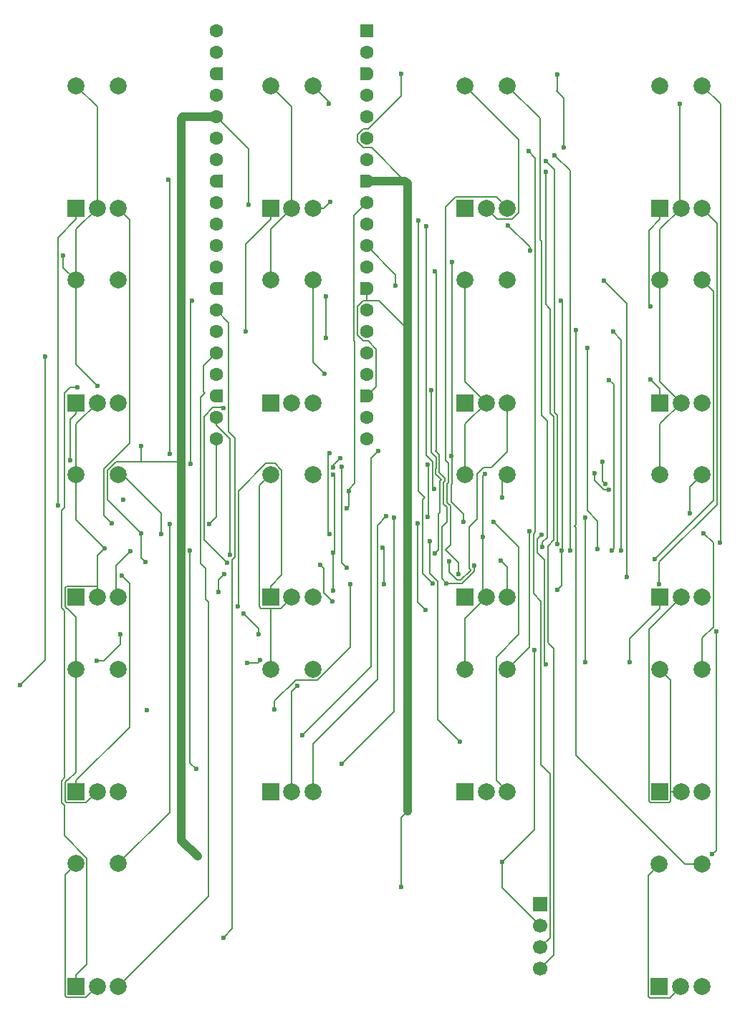
<source format=gbr>
%TF.GenerationSoftware,KiCad,Pcbnew,9.0.6*%
%TF.CreationDate,2025-12-05T21:30:17-05:00*%
%TF.ProjectId,PicoMIDIcontroller,5069636f-4d49-4444-9963-6f6e74726f6c,rev?*%
%TF.SameCoordinates,Original*%
%TF.FileFunction,Copper,L1,Top*%
%TF.FilePolarity,Positive*%
%FSLAX46Y46*%
G04 Gerber Fmt 4.6, Leading zero omitted, Abs format (unit mm)*
G04 Created by KiCad (PCBNEW 9.0.6) date 2025-12-05 21:30:17*
%MOMM*%
%LPD*%
G01*
G04 APERTURE LIST*
G04 Aperture macros list*
%AMRoundRect*
0 Rectangle with rounded corners*
0 $1 Rounding radius*
0 $2 $3 $4 $5 $6 $7 $8 $9 X,Y pos of 4 corners*
0 Add a 4 corners polygon primitive as box body*
4,1,4,$2,$3,$4,$5,$6,$7,$8,$9,$2,$3,0*
0 Add four circle primitives for the rounded corners*
1,1,$1+$1,$2,$3*
1,1,$1+$1,$4,$5*
1,1,$1+$1,$6,$7*
1,1,$1+$1,$8,$9*
0 Add four rect primitives between the rounded corners*
20,1,$1+$1,$2,$3,$4,$5,0*
20,1,$1+$1,$4,$5,$6,$7,0*
20,1,$1+$1,$6,$7,$8,$9,0*
20,1,$1+$1,$8,$9,$2,$3,0*%
%AMFreePoly0*
4,1,37,0.603843,0.796157,0.639018,0.796157,0.711114,0.766294,0.766294,0.711114,0.796157,0.639018,0.796157,0.603843,0.800000,0.600000,0.800000,-0.600000,0.796157,-0.603843,0.796157,-0.639018,0.766294,-0.711114,0.711114,-0.766294,0.639018,-0.796157,0.603843,-0.796157,0.600000,-0.800000,0.000000,-0.800000,0.000000,-0.796148,-0.078414,-0.796148,-0.232228,-0.765552,-0.377117,-0.705537,
-0.507515,-0.618408,-0.618408,-0.507515,-0.705537,-0.377117,-0.765552,-0.232228,-0.796148,-0.078414,-0.796148,0.078414,-0.765552,0.232228,-0.705537,0.377117,-0.618408,0.507515,-0.507515,0.618408,-0.377117,0.705537,-0.232228,0.765552,-0.078414,0.796148,0.000000,0.796148,0.000000,0.800000,0.600000,0.800000,0.603843,0.796157,0.603843,0.796157,$1*%
%AMFreePoly1*
4,1,37,0.000000,0.796148,0.078414,0.796148,0.232228,0.765552,0.377117,0.705537,0.507515,0.618408,0.618408,0.507515,0.705537,0.377117,0.765552,0.232228,0.796148,0.078414,0.796148,-0.078414,0.765552,-0.232228,0.705537,-0.377117,0.618408,-0.507515,0.507515,-0.618408,0.377117,-0.705537,0.232228,-0.765552,0.078414,-0.796148,0.000000,-0.796148,0.000000,-0.800000,-0.600000,-0.800000,
-0.603843,-0.796157,-0.639018,-0.796157,-0.711114,-0.766294,-0.766294,-0.711114,-0.796157,-0.639018,-0.796157,-0.603843,-0.800000,-0.600000,-0.800000,0.600000,-0.796157,0.603843,-0.796157,0.639018,-0.766294,0.711114,-0.711114,0.766294,-0.639018,0.796157,-0.603843,0.796157,-0.600000,0.800000,0.000000,0.800000,0.000000,0.796148,0.000000,0.796148,$1*%
G04 Aperture macros list end*
%TA.AperFunction,ComponentPad*%
%ADD10R,2.000000X2.000000*%
%TD*%
%TA.AperFunction,ComponentPad*%
%ADD11C,2.000000*%
%TD*%
%TA.AperFunction,ComponentPad*%
%ADD12R,1.700000X1.700000*%
%TD*%
%TA.AperFunction,ComponentPad*%
%ADD13C,1.700000*%
%TD*%
%TA.AperFunction,ComponentPad*%
%ADD14RoundRect,0.200000X0.600000X0.600000X-0.600000X0.600000X-0.600000X-0.600000X0.600000X-0.600000X0*%
%TD*%
%TA.AperFunction,ComponentPad*%
%ADD15C,1.600000*%
%TD*%
%TA.AperFunction,ComponentPad*%
%ADD16FreePoly0,180.000000*%
%TD*%
%TA.AperFunction,ComponentPad*%
%ADD17FreePoly1,180.000000*%
%TD*%
%TA.AperFunction,ViaPad*%
%ADD18C,0.600000*%
%TD*%
%TA.AperFunction,Conductor*%
%ADD19C,0.200000*%
%TD*%
%TA.AperFunction,Conductor*%
%ADD20C,1.000000*%
%TD*%
G04 APERTURE END LIST*
D10*
%TO.P,SW2,A,A*%
%TO.N,/EA1*%
X68575000Y-66500000D03*
D11*
%TO.P,SW2,B,B*%
%TO.N,/EB1*%
X73575000Y-66500000D03*
%TO.P,SW2,C,C*%
%TO.N,GND*%
X71075000Y-66500000D03*
%TO.P,SW2,S1,S1*%
%TO.N,/ESW1*%
X73575000Y-52000000D03*
%TO.P,SW2,S2,S2*%
%TO.N,GND*%
X68575000Y-52000000D03*
%TD*%
D10*
%TO.P,SW1,A,A*%
%TO.N,/EA0*%
X45575000Y-66500000D03*
D11*
%TO.P,SW1,B,B*%
%TO.N,/EB0*%
X50575000Y-66500000D03*
%TO.P,SW1,C,C*%
%TO.N,GND*%
X48075000Y-66500000D03*
%TO.P,SW1,S1,S1*%
%TO.N,/ESW0*%
X50575000Y-52000000D03*
%TO.P,SW1,S2,S2*%
%TO.N,GND*%
X45575000Y-52000000D03*
%TD*%
D10*
%TO.P,SW3,A,A*%
%TO.N,/EA2*%
X91575000Y-66500000D03*
D11*
%TO.P,SW3,B,B*%
%TO.N,/EB2*%
X96575000Y-66500000D03*
%TO.P,SW3,C,C*%
%TO.N,GND*%
X94075000Y-66500000D03*
%TO.P,SW3,S1,S1*%
%TO.N,/ESW2*%
X96575000Y-52000000D03*
%TO.P,SW3,S2,S2*%
%TO.N,GND*%
X91575000Y-52000000D03*
%TD*%
D10*
%TO.P,SW4,A,A*%
%TO.N,/EA3*%
X114575000Y-66500000D03*
D11*
%TO.P,SW4,B,B*%
%TO.N,/EB3*%
X119575000Y-66500000D03*
%TO.P,SW4,C,C*%
%TO.N,GND*%
X117075000Y-66500000D03*
%TO.P,SW4,S1,S1*%
%TO.N,/ESW3*%
X119575000Y-52000000D03*
%TO.P,SW4,S2,S2*%
%TO.N,GND*%
X114575000Y-52000000D03*
%TD*%
D10*
%TO.P,SW18,A,A*%
%TO.N,Net-(A1-GPIO21)*%
X114525000Y-158575000D03*
D11*
%TO.P,SW18,B,B*%
%TO.N,Net-(A1-GPIO22)*%
X119525000Y-158575000D03*
%TO.P,SW18,C,C*%
%TO.N,GND*%
X117025000Y-158575000D03*
%TO.P,SW18,S1,S1*%
%TO.N,Net-(A1-GPIO20)*%
X119525000Y-144075000D03*
%TO.P,SW18,S2,S2*%
%TO.N,GND*%
X114525000Y-144075000D03*
%TD*%
D10*
%TO.P,SW17,A,A*%
%TO.N,Net-(A1-GPIO18)*%
X45575000Y-158500000D03*
D11*
%TO.P,SW17,B,B*%
%TO.N,Net-(A1-GPIO19)*%
X50575000Y-158500000D03*
%TO.P,SW17,C,C*%
%TO.N,GND*%
X48075000Y-158500000D03*
%TO.P,SW17,S1,S1*%
%TO.N,Net-(A1-GPIO16)*%
X50575000Y-144000000D03*
%TO.P,SW17,S2,S2*%
%TO.N,GND*%
X45575000Y-144000000D03*
%TD*%
D10*
%TO.P,SW16,A,A*%
%TO.N,/EA15*%
X114575000Y-135500000D03*
D11*
%TO.P,SW16,B,B*%
%TO.N,/EB15*%
X119575000Y-135500000D03*
%TO.P,SW16,C,C*%
%TO.N,GND*%
X117075000Y-135500000D03*
%TO.P,SW16,S1,S1*%
%TO.N,/ESW15*%
X119575000Y-121000000D03*
%TO.P,SW16,S2,S2*%
%TO.N,GND*%
X114575000Y-121000000D03*
%TD*%
D10*
%TO.P,SW15,A,A*%
%TO.N,/EA14*%
X91575000Y-135500000D03*
D11*
%TO.P,SW15,B,B*%
%TO.N,/EB14*%
X96575000Y-135500000D03*
%TO.P,SW15,C,C*%
%TO.N,GND*%
X94075000Y-135500000D03*
%TO.P,SW15,S1,S1*%
%TO.N,/ESW14*%
X96575000Y-121000000D03*
%TO.P,SW15,S2,S2*%
%TO.N,GND*%
X91575000Y-121000000D03*
%TD*%
D10*
%TO.P,SW14,A,A*%
%TO.N,/EA13*%
X68575000Y-135500000D03*
D11*
%TO.P,SW14,B,B*%
%TO.N,/EB13*%
X73575000Y-135500000D03*
%TO.P,SW14,C,C*%
%TO.N,GND*%
X71075000Y-135500000D03*
%TO.P,SW14,S1,S1*%
%TO.N,/ESW13*%
X73575000Y-121000000D03*
%TO.P,SW14,S2,S2*%
%TO.N,GND*%
X68575000Y-121000000D03*
%TD*%
D10*
%TO.P,SW13,A,A*%
%TO.N,/EA12*%
X45575000Y-135500000D03*
D11*
%TO.P,SW13,B,B*%
%TO.N,/EB12*%
X50575000Y-135500000D03*
%TO.P,SW13,C,C*%
%TO.N,GND*%
X48075000Y-135500000D03*
%TO.P,SW13,S1,S1*%
%TO.N,/ESW12*%
X50575000Y-121000000D03*
%TO.P,SW13,S2,S2*%
%TO.N,GND*%
X45575000Y-121000000D03*
%TD*%
D10*
%TO.P,SW9,A,A*%
%TO.N,/EA8*%
X45575000Y-112500000D03*
D11*
%TO.P,SW9,B,B*%
%TO.N,/EB8*%
X50575000Y-112500000D03*
%TO.P,SW9,C,C*%
%TO.N,GND*%
X48075000Y-112500000D03*
%TO.P,SW9,S1,S1*%
%TO.N,/ESW8*%
X50575000Y-98000000D03*
%TO.P,SW9,S2,S2*%
%TO.N,GND*%
X45575000Y-98000000D03*
%TD*%
D10*
%TO.P,SW10,A,A*%
%TO.N,/EA9*%
X68575000Y-112500000D03*
D11*
%TO.P,SW10,B,B*%
%TO.N,/EB9*%
X73575000Y-112500000D03*
%TO.P,SW10,C,C*%
%TO.N,GND*%
X71075000Y-112500000D03*
%TO.P,SW10,S1,S1*%
%TO.N,/ESW9*%
X73575000Y-98000000D03*
%TO.P,SW10,S2,S2*%
%TO.N,GND*%
X68575000Y-98000000D03*
%TD*%
D10*
%TO.P,SW11,A,A*%
%TO.N,/EA10*%
X91575000Y-112500000D03*
D11*
%TO.P,SW11,B,B*%
%TO.N,/EB10*%
X96575000Y-112500000D03*
%TO.P,SW11,C,C*%
%TO.N,GND*%
X94075000Y-112500000D03*
%TO.P,SW11,S1,S1*%
%TO.N,/ESW10*%
X96575000Y-98000000D03*
%TO.P,SW11,S2,S2*%
%TO.N,GND*%
X91575000Y-98000000D03*
%TD*%
D10*
%TO.P,SW12,A,A*%
%TO.N,/EA11*%
X114575000Y-112500000D03*
D11*
%TO.P,SW12,B,B*%
%TO.N,/EB11*%
X119575000Y-112500000D03*
%TO.P,SW12,C,C*%
%TO.N,GND*%
X117075000Y-112500000D03*
%TO.P,SW12,S1,S1*%
%TO.N,/ESW11*%
X119575000Y-98000000D03*
%TO.P,SW12,S2,S2*%
%TO.N,GND*%
X114575000Y-98000000D03*
%TD*%
D10*
%TO.P,SW8,A,A*%
%TO.N,/EA7*%
X114575000Y-89500000D03*
D11*
%TO.P,SW8,B,B*%
%TO.N,/EB7*%
X119575000Y-89500000D03*
%TO.P,SW8,C,C*%
%TO.N,GND*%
X117075000Y-89500000D03*
%TO.P,SW8,S1,S1*%
%TO.N,/ESW7*%
X119575000Y-75000000D03*
%TO.P,SW8,S2,S2*%
%TO.N,GND*%
X114575000Y-75000000D03*
%TD*%
D10*
%TO.P,SW7,A,A*%
%TO.N,/EA6*%
X91575000Y-89500000D03*
D11*
%TO.P,SW7,B,B*%
%TO.N,/EB6*%
X96575000Y-89500000D03*
%TO.P,SW7,C,C*%
%TO.N,GND*%
X94075000Y-89500000D03*
%TO.P,SW7,S1,S1*%
%TO.N,/ESW6*%
X96575000Y-75000000D03*
%TO.P,SW7,S2,S2*%
%TO.N,GND*%
X91575000Y-75000000D03*
%TD*%
D10*
%TO.P,SW6,A,A*%
%TO.N,/EA5*%
X68575000Y-89500000D03*
D11*
%TO.P,SW6,B,B*%
%TO.N,/EB5*%
X73575000Y-89500000D03*
%TO.P,SW6,C,C*%
%TO.N,GND*%
X71075000Y-89500000D03*
%TO.P,SW6,S1,S1*%
%TO.N,/ESW5*%
X73575000Y-75000000D03*
%TO.P,SW6,S2,S2*%
%TO.N,GND*%
X68575000Y-75000000D03*
%TD*%
D10*
%TO.P,SW5,A,A*%
%TO.N,/EA4*%
X45575000Y-89500000D03*
D11*
%TO.P,SW5,B,B*%
%TO.N,/EB4*%
X50575000Y-89500000D03*
%TO.P,SW5,C,C*%
%TO.N,GND*%
X48075000Y-89500000D03*
%TO.P,SW5,S1,S1*%
%TO.N,/ESW4*%
X50575000Y-75000000D03*
%TO.P,SW5,S2,S2*%
%TO.N,GND*%
X45575000Y-75000000D03*
%TD*%
D12*
%TO.P,U4,1,GND*%
%TO.N,GND*%
X100450000Y-148820000D03*
D13*
%TO.P,U4,2,VDD*%
%TO.N,+3V3*%
X100450000Y-151360000D03*
%TO.P,U4,3,SCK*%
%TO.N,/SCL*%
X100450000Y-153900000D03*
%TO.P,U4,4,SDA*%
%TO.N,/SDA*%
X100450000Y-156440000D03*
%TD*%
D14*
%TO.P,A1,1,GPIO0*%
%TO.N,Net-(A1-GPIO0)*%
X79940000Y-45520000D03*
D15*
%TO.P,A1,2,GPIO1*%
%TO.N,unconnected-(A1-GPIO1-Pad2)*%
X79940000Y-48060000D03*
D16*
%TO.P,A1,3,GND*%
%TO.N,GND*%
X79940000Y-50600000D03*
D15*
%TO.P,A1,4,GPIO2*%
%TO.N,/SDA*%
X79940000Y-53140000D03*
%TO.P,A1,5,GPIO3*%
%TO.N,/SCL*%
X79940000Y-55680000D03*
%TO.P,A1,6,GPIO4*%
%TO.N,/DOUT*%
X79940000Y-58220000D03*
%TO.P,A1,7,GPIO5*%
%TO.N,unconnected-(A1-GPIO5-Pad7)*%
X79940000Y-60760000D03*
D16*
%TO.P,A1,8,GND*%
%TO.N,GND*%
X79940000Y-63300000D03*
D15*
%TO.P,A1,9,GPIO6*%
%TO.N,Net-(A1-GPIO6)*%
X79940000Y-65840000D03*
%TO.P,A1,10,GPIO7*%
%TO.N,Net-(A1-GPIO7)*%
X79940000Y-68380000D03*
%TO.P,A1,11,GPIO8*%
%TO.N,Net-(A1-GPIO8)*%
X79940000Y-70920000D03*
%TO.P,A1,12,GPIO9*%
%TO.N,Net-(A1-GPIO9)*%
X79940000Y-73460000D03*
D16*
%TO.P,A1,13,GND*%
%TO.N,GND*%
X79940000Y-76000000D03*
D15*
%TO.P,A1,14,GPIO10*%
%TO.N,Net-(A1-GPIO10)*%
X79940000Y-78540000D03*
%TO.P,A1,15,GPIO11*%
%TO.N,Net-(A1-GPIO11)*%
X79940000Y-81080000D03*
%TO.P,A1,16,GPIO12*%
%TO.N,unconnected-(A1-GPIO12-Pad16)*%
X79940000Y-83620000D03*
%TO.P,A1,17,GPIO13*%
%TO.N,unconnected-(A1-GPIO13-Pad17)*%
X79940000Y-86160000D03*
D16*
%TO.P,A1,18,GND*%
%TO.N,GND*%
X79940000Y-88700000D03*
D15*
%TO.P,A1,19,GPIO14*%
%TO.N,unconnected-(A1-GPIO14-Pad19)*%
X79940000Y-91240000D03*
%TO.P,A1,20,GPIO15*%
%TO.N,unconnected-(A1-GPIO15-Pad20)*%
X79940000Y-93780000D03*
%TO.P,A1,21,GPIO16*%
%TO.N,Net-(A1-GPIO16)*%
X62160000Y-93780000D03*
%TO.P,A1,22,GPIO17*%
%TO.N,Net-(A1-GPIO17)*%
X62160000Y-91240000D03*
D17*
%TO.P,A1,23,GND*%
%TO.N,GND*%
X62160000Y-88700000D03*
D15*
%TO.P,A1,24,GPIO18*%
%TO.N,Net-(A1-GPIO18)*%
X62160000Y-86160000D03*
%TO.P,A1,25,GPIO19*%
%TO.N,Net-(A1-GPIO19)*%
X62160000Y-83620000D03*
%TO.P,A1,26,GPIO20*%
%TO.N,Net-(A1-GPIO20)*%
X62160000Y-81080000D03*
%TO.P,A1,27,GPIO21*%
%TO.N,Net-(A1-GPIO21)*%
X62160000Y-78540000D03*
D17*
%TO.P,A1,28,GND*%
%TO.N,GND*%
X62160000Y-76000000D03*
D15*
%TO.P,A1,29,GPIO22*%
%TO.N,Net-(A1-GPIO22)*%
X62160000Y-73460000D03*
%TO.P,A1,30,RUN*%
%TO.N,unconnected-(A1-RUN-Pad30)_1*%
X62160000Y-70920000D03*
%TO.P,A1,31,GPIO26_ADC0*%
%TO.N,unconnected-(A1-GPIO26_ADC0-Pad31)_1*%
X62160000Y-68380000D03*
%TO.P,A1,32,GPIO27_ADC1*%
%TO.N,unconnected-(A1-GPIO27_ADC1-Pad32)*%
X62160000Y-65840000D03*
D17*
%TO.P,A1,33,AGND*%
%TO.N,unconnected-(A1-AGND-Pad33)*%
X62160000Y-63300000D03*
D15*
%TO.P,A1,34,GPIO28_ADC2*%
%TO.N,unconnected-(A1-GPIO28_ADC2-Pad34)*%
X62160000Y-60760000D03*
%TO.P,A1,35,ADC_VREF*%
%TO.N,unconnected-(A1-ADC_VREF-Pad35)*%
X62160000Y-58220000D03*
%TO.P,A1,36,3V3*%
%TO.N,+3V3*%
X62160000Y-55680000D03*
%TO.P,A1,37,3V3_EN*%
%TO.N,unconnected-(A1-3V3_EN-Pad37)_1*%
X62160000Y-53140000D03*
D17*
%TO.P,A1,38,GND*%
%TO.N,GND*%
X62160000Y-50600000D03*
D15*
%TO.P,A1,39,VSYS*%
%TO.N,unconnected-(A1-VSYS-Pad39)*%
X62160000Y-48060000D03*
%TO.P,A1,40,VBUS*%
%TO.N,unconnected-(A1-VBUS-Pad40)_1*%
X62160000Y-45520000D03*
%TD*%
D18*
%TO.N,Net-(J2-PadR1)*%
X102450000Y-50700000D03*
X103230000Y-59310000D03*
%TO.N,/ESW15*%
X119764000Y-104954000D03*
%TO.N,/EB15*%
X90915000Y-129566000D03*
X87430200Y-105847000D03*
%TO.N,/EB14*%
X94936900Y-103551000D03*
%TO.N,/ESW14*%
X99156100Y-104668000D03*
%TO.N,/ESW13*%
X101126000Y-120480000D03*
X100590000Y-105142000D03*
%TO.N,/EA13*%
X59811900Y-132841000D03*
X59059500Y-106995000D03*
%TO.N,/EB13*%
X82255000Y-102939000D03*
%TO.N,/EB12*%
X76992100Y-132224000D03*
X83163600Y-103045000D03*
%TO.N,/ESW12*%
X65760700Y-120235000D03*
X67365900Y-119909000D03*
X105774000Y-120202000D03*
X105774000Y-103115000D03*
%TO.N,/EA12*%
X50976600Y-109921000D03*
%TO.N,/ESW11*%
X118149000Y-102592000D03*
%TO.N,/EA11*%
X110975000Y-120202000D03*
%TO.N,/EB10*%
X95781000Y-108155000D03*
%TO.N,/EA10*%
X62385700Y-111904000D03*
X75917000Y-113022000D03*
X74406300Y-108644000D03*
X63093400Y-109766000D03*
%TO.N,/ESW10*%
X95950400Y-100724000D03*
%TO.N,/EA9*%
X64738400Y-113614000D03*
%TO.N,/EB9*%
X85934900Y-103751000D03*
X86863100Y-114043000D03*
%TO.N,/ESW9*%
X108136000Y-99077900D03*
X107829000Y-96455200D03*
X76800100Y-96064200D03*
X75962800Y-97147800D03*
%TO.N,/EB8*%
X52023100Y-107074000D03*
X87121200Y-96817300D03*
X87123300Y-102994000D03*
%TO.N,/ESW8*%
X108529000Y-99822700D03*
X106838000Y-97866200D03*
X55646800Y-104991000D03*
%TO.N,/ESW7*%
X113975000Y-107961000D03*
%TO.N,/EB7*%
X88019500Y-107317000D03*
X87539600Y-87973300D03*
%TO.N,/EA7*%
X113475000Y-86712500D03*
%TO.N,/EA6*%
X51161900Y-100946000D03*
X81318400Y-95178900D03*
X53975000Y-125888000D03*
X72326100Y-128806000D03*
%TO.N,/ESW6*%
X107975000Y-75094000D03*
X110663000Y-110126000D03*
%TO.N,/EB6*%
X89637200Y-108266000D03*
%TO.N,/ESW5*%
X108900000Y-106996000D03*
X108562000Y-86795700D03*
X74975000Y-86101700D03*
%TO.N,/EB4*%
X63033000Y-90145700D03*
X63443700Y-108442000D03*
%TO.N,/ESW4*%
X107213000Y-106823000D03*
X106008000Y-83005600D03*
X75075000Y-81871900D03*
X75075000Y-76934800D03*
%TO.N,/EA4*%
X44914700Y-96290200D03*
%TO.N,/EA3*%
X59099400Y-96775900D03*
X59312500Y-77447500D03*
X113475000Y-78081900D03*
%TO.N,/EB3*%
X114525000Y-110955000D03*
%TO.N,/ESW3*%
X121708000Y-106039000D03*
%TO.N,/ESW2*%
X100719000Y-106590000D03*
%TO.N,/EA2*%
X56492500Y-63115000D03*
X56631200Y-95568900D03*
%TO.N,/EB2*%
X90799600Y-109813000D03*
%TO.N,/EA1*%
X65663500Y-81112900D03*
X41903200Y-84057700D03*
X38975000Y-122900000D03*
%TO.N,/ESW1*%
X75487500Y-54178700D03*
X101115000Y-60932400D03*
X102451000Y-106201000D03*
%TO.N,/EB1*%
X75605300Y-65737100D03*
X86075000Y-67952100D03*
X87749400Y-110850000D03*
%TO.N,/EA0*%
X43431300Y-101615000D03*
%TO.N,/ESW0*%
X102150000Y-60211700D03*
X103989000Y-106946000D03*
%TO.N,/EB0*%
X49800100Y-103780000D03*
X77975000Y-110960000D03*
X69048500Y-125816000D03*
%TO.N,Net-(D12-DOUT)*%
X120780000Y-142918000D03*
X121233000Y-116522000D03*
%TO.N,Net-(D10-DIN)*%
X65360300Y-114401000D03*
X67169600Y-116925000D03*
X48025000Y-119998000D03*
X50802600Y-116880000D03*
%TO.N,Net-(D3-DOUT)*%
X96659800Y-68535600D03*
X99244100Y-71505000D03*
%TO.N,Net-(A1-GPIO8)*%
X75935800Y-107201000D03*
X102946000Y-106996000D03*
X75946200Y-111730000D03*
X102446000Y-111615000D03*
X75952300Y-98040000D03*
X83362500Y-75631000D03*
X102904000Y-77448600D03*
%TO.N,+3V3*%
X59930000Y-143170000D03*
X53312100Y-94588300D03*
X58010000Y-117177000D03*
X53762300Y-108297000D03*
X91369300Y-103585000D03*
X95975000Y-143816000D03*
X65947200Y-66105700D03*
X75538000Y-105032000D03*
X75560300Y-95436100D03*
X58010000Y-74171900D03*
X53280300Y-104973000D03*
X99759800Y-118780000D03*
X89893900Y-95792500D03*
X90012600Y-72866300D03*
%TO.N,Net-(A1-GPIO6)*%
X77587300Y-101944000D03*
X77783500Y-99910200D03*
%TO.N,Net-(A1-GPIO20)*%
X104636000Y-80862900D03*
%TO.N,Net-(A1-GPIO9)*%
X92662600Y-108768000D03*
X87984200Y-73944700D03*
X81797000Y-106653000D03*
X81945800Y-110999000D03*
X89375400Y-110886000D03*
X77587300Y-109015000D03*
X77012600Y-97058100D03*
%TO.N,/SCL*%
X99038700Y-59724000D03*
%TO.N,Net-(A1-GPIO7)*%
X86975000Y-68652100D03*
X87893000Y-99718300D03*
%TO.N,/SDA*%
X101076000Y-62182000D03*
%TO.N,Net-(A1-GPIO16)*%
X56629200Y-103832000D03*
X61288800Y-103832000D03*
%TO.N,Net-(A1-GPIO10)*%
X110019000Y-106996000D03*
X109025000Y-81069800D03*
%TO.N,Net-(A1-GPIO17)*%
X63754000Y-107509000D03*
%TO.N,Net-(A1-GPIO21)*%
X62975000Y-152779000D03*
%TO.N,GND*%
X84730000Y-137840000D03*
X44069800Y-72107300D03*
X116975000Y-54178700D03*
X48978900Y-106703000D03*
X83973400Y-50600000D03*
X83975000Y-146804000D03*
X93947000Y-97915400D03*
X48075900Y-87480900D03*
X71744700Y-122978000D03*
X93659300Y-105365000D03*
%TO.N,Net-(A1-GPIO18)*%
X45762500Y-87638000D03*
%TD*%
D19*
%TO.N,Net-(J2-PadR1)*%
X102400000Y-52600000D02*
X102450000Y-52550000D01*
X103230000Y-53430000D02*
X102400000Y-52600000D01*
X103230000Y-59310000D02*
X103230000Y-53430000D01*
X102450000Y-52550000D02*
X102450000Y-50700000D01*
%TO.N,/ESW15*%
X119575000Y-117329000D02*
X119575000Y-121000000D01*
X120891000Y-116013000D02*
X119575000Y-117329000D01*
X120891000Y-106080000D02*
X120891000Y-116013000D01*
X119764000Y-104954000D02*
X120891000Y-106080000D01*
%TO.N,/EB15*%
X88351100Y-127002000D02*
X90915000Y-129566000D01*
X88351100Y-110600000D02*
X88351100Y-127002000D01*
X87417900Y-109667000D02*
X88351100Y-110600000D01*
X87417800Y-109667000D02*
X87417900Y-109667000D01*
X87417800Y-105859000D02*
X87417800Y-109667000D01*
X87430200Y-105847000D02*
X87417800Y-105859000D01*
%TO.N,/EB14*%
X97927900Y-106542000D02*
X94936900Y-103551000D01*
X97927900Y-116906000D02*
X97927900Y-106542000D01*
X95224000Y-119610000D02*
X97927900Y-116906000D01*
X95224000Y-134149000D02*
X95224000Y-119610000D01*
X96575000Y-135500000D02*
X95224000Y-134149000D01*
%TO.N,/ESW14*%
X99156100Y-118419000D02*
X96575000Y-121000000D01*
X99156100Y-104668000D02*
X99156100Y-118419000D01*
%TO.N,/ESW13*%
X100089000Y-105644000D02*
X100590000Y-105142000D01*
X100089000Y-107247000D02*
X100089000Y-105644000D01*
X100922000Y-108080000D02*
X100089000Y-107247000D01*
X100922000Y-120275000D02*
X100922000Y-108080000D01*
X101126000Y-120480000D02*
X100922000Y-120275000D01*
%TO.N,/EA13*%
X59059500Y-132089000D02*
X59059500Y-106995000D01*
X59811900Y-132841000D02*
X59059500Y-132089000D01*
%TO.N,/EB13*%
X81195300Y-103999000D02*
X82255000Y-102939000D01*
X81195300Y-122258000D02*
X81195300Y-103999000D01*
X73575000Y-129878000D02*
X81195300Y-122258000D01*
X73575000Y-135500000D02*
X73575000Y-129878000D01*
%TO.N,/EB12*%
X83163500Y-103045000D02*
X83163600Y-103045000D01*
X83163500Y-126053000D02*
X83163500Y-103045000D01*
X76992100Y-132224000D02*
X83163500Y-126053000D01*
%TO.N,/ESW12*%
X67039400Y-120235000D02*
X67365900Y-119909000D01*
X65760700Y-120235000D02*
X67039400Y-120235000D01*
X105774000Y-120202000D02*
X105774000Y-103115000D01*
%TO.N,/EA12*%
X45575000Y-134198000D02*
X45575000Y-135500000D01*
X51890200Y-127883000D02*
X45575000Y-134198000D01*
X51890200Y-110834000D02*
X51890200Y-127883000D01*
X50976600Y-109921000D02*
X51890200Y-110834000D01*
%TO.N,/ESW11*%
X118149000Y-99426000D02*
X118149000Y-102592000D01*
X119575000Y-98000000D02*
X118149000Y-99426000D01*
%TO.N,/EA11*%
X110975000Y-117402000D02*
X110975000Y-120202000D01*
X114575000Y-113802000D02*
X110975000Y-117402000D01*
X114575000Y-112500000D02*
X114575000Y-113802000D01*
%TO.N,/EB10*%
X96575000Y-108949000D02*
X96575000Y-112500000D01*
X95781000Y-108155000D02*
X96575000Y-108949000D01*
%TO.N,/EA10*%
X62385700Y-110474000D02*
X62385700Y-111904000D01*
X63093400Y-109766000D02*
X62385700Y-110474000D01*
X74896200Y-109134000D02*
X74406300Y-108644000D01*
X74896200Y-112002000D02*
X74896200Y-109134000D01*
X75917000Y-113022000D02*
X74896200Y-112002000D01*
%TO.N,/ESW10*%
X95950400Y-98624600D02*
X95950400Y-100724000D01*
X96575000Y-98000000D02*
X95950400Y-98624600D01*
%TO.N,/EA9*%
X68575000Y-111198000D02*
X68575000Y-112500000D01*
X69889900Y-109883000D02*
X68575000Y-111198000D01*
X69889900Y-97466200D02*
X69889900Y-109883000D01*
X69113500Y-96689800D02*
X69889900Y-97466200D01*
X68012900Y-96689800D02*
X69113500Y-96689800D01*
X64757400Y-99945300D02*
X68012900Y-96689800D01*
X64757400Y-113595000D02*
X64757400Y-99945300D01*
X64738400Y-113614000D02*
X64757400Y-113595000D01*
%TO.N,/EB9*%
X85934900Y-113115000D02*
X86863100Y-114043000D01*
X85934900Y-103751000D02*
X85934900Y-113115000D01*
%TO.N,/ESW9*%
X75962800Y-96901500D02*
X75962800Y-97147800D01*
X76800100Y-96064200D02*
X75962800Y-96901500D01*
X107829000Y-98770200D02*
X107829000Y-96455200D01*
X108136000Y-99077900D02*
X107829000Y-98770200D01*
%TO.N,/EB8*%
X50313600Y-108784000D02*
X52023100Y-107074000D01*
X50313600Y-112239000D02*
X50313600Y-108784000D01*
X50575000Y-112500000D02*
X50313600Y-112239000D01*
X87241700Y-102876000D02*
X87123300Y-102994000D01*
X87241700Y-96937800D02*
X87241700Y-102876000D01*
X87121200Y-96817300D02*
X87241700Y-96937800D01*
%TO.N,/ESW8*%
X106838000Y-98668300D02*
X106838000Y-97866200D01*
X107992000Y-99822700D02*
X106838000Y-98668300D01*
X108529000Y-99822700D02*
X107992000Y-99822700D01*
X55646800Y-102545000D02*
X55646800Y-104991000D01*
X51101700Y-98000000D02*
X55646800Y-102545000D01*
X50575000Y-98000000D02*
X51101700Y-98000000D01*
%TO.N,/ESW7*%
X120906000Y-101030000D02*
X113975000Y-107961000D01*
X120906000Y-76330500D02*
X120906000Y-101030000D01*
X119575000Y-75000000D02*
X120906000Y-76330500D01*
%TO.N,/EB7*%
X87539600Y-95396300D02*
X87539600Y-87973300D01*
X88124600Y-95981300D02*
X87539600Y-95396300D01*
X88124600Y-97232800D02*
X88124600Y-95981300D01*
X88104200Y-97253200D02*
X88124600Y-97232800D01*
X88104200Y-97896200D02*
X88104200Y-97253200D01*
X88763000Y-98555000D02*
X88104200Y-97896200D01*
X88763000Y-98637600D02*
X88763000Y-98555000D01*
X88602300Y-98798300D02*
X88763000Y-98637600D01*
X88602300Y-102512000D02*
X88602300Y-98798300D01*
X88415500Y-102698000D02*
X88602300Y-102512000D01*
X88415500Y-106921000D02*
X88415500Y-102698000D01*
X88019500Y-107317000D02*
X88415500Y-106921000D01*
%TO.N,/EA7*%
X114575000Y-87812500D02*
X114575000Y-89500000D01*
X113475000Y-86712500D02*
X114575000Y-87812500D01*
%TO.N,/EA6*%
X80435800Y-96061500D02*
X81318400Y-95178900D01*
X80435800Y-120697000D02*
X80435800Y-96061500D01*
X72326100Y-128806000D02*
X80435800Y-120697000D01*
%TO.N,/ESW6*%
X110663000Y-77782000D02*
X110663000Y-110126000D01*
X107975000Y-75094000D02*
X110663000Y-77782000D01*
%TO.N,/EB6*%
X89637200Y-109514000D02*
X89637200Y-108266000D01*
X90599600Y-110476000D02*
X89637200Y-109514000D01*
X91070200Y-110476000D02*
X90599600Y-110476000D01*
X92219500Y-109327000D02*
X91070200Y-110476000D01*
X92219500Y-109244000D02*
X92219500Y-109327000D01*
X92060800Y-109085000D02*
X92219500Y-109244000D01*
X92060800Y-104185000D02*
X92060800Y-109085000D01*
X92958100Y-103288000D02*
X92060800Y-104185000D01*
X92958100Y-97948800D02*
X92958100Y-103288000D01*
X93772200Y-97134700D02*
X92958100Y-97948800D01*
X94701900Y-97134700D02*
X93772200Y-97134700D01*
X96575000Y-95261600D02*
X94701900Y-97134700D01*
X96575000Y-89500000D02*
X96575000Y-95261600D01*
%TO.N,/ESW5*%
X73575000Y-84701700D02*
X73575000Y-75000000D01*
X74975000Y-86101700D02*
X73575000Y-84701700D01*
X109131000Y-87364200D02*
X108562000Y-86795700D01*
X109131000Y-106765000D02*
X109131000Y-87364200D01*
X108900000Y-106996000D02*
X109131000Y-106765000D01*
%TO.N,/EB4*%
X62953700Y-90066400D02*
X63033000Y-90145700D01*
X61775500Y-90066400D02*
X62953700Y-90066400D01*
X60687100Y-91154800D02*
X61775500Y-90066400D01*
X60687100Y-105685000D02*
X60687100Y-91154800D01*
X63443700Y-108442000D02*
X60687100Y-105685000D01*
%TO.N,/ESW4*%
X106008000Y-102264000D02*
X106008000Y-83005600D01*
X107213000Y-103469000D02*
X106008000Y-102264000D01*
X107213000Y-106823000D02*
X107213000Y-103469000D01*
X75075000Y-81871900D02*
X75075000Y-76934800D01*
%TO.N,/EA4*%
X44914700Y-91462000D02*
X44914700Y-96290200D01*
X45575000Y-90801700D02*
X44914700Y-91462000D01*
X45575000Y-89500000D02*
X45575000Y-90801700D01*
%TO.N,/EA3*%
X113273000Y-77880200D02*
X113475000Y-78081900D01*
X113273000Y-69103400D02*
X113273000Y-77880200D01*
X114575000Y-67801700D02*
X113273000Y-69103400D01*
X114575000Y-66500000D02*
X114575000Y-67801700D01*
X59099400Y-77660600D02*
X59099400Y-96775900D01*
X59312500Y-77447500D02*
X59099400Y-77660600D01*
%TO.N,/EB3*%
X121357000Y-68282200D02*
X119575000Y-66500000D01*
X121357000Y-101536000D02*
X121357000Y-68282200D01*
X114525000Y-108368000D02*
X121357000Y-101536000D01*
X114525000Y-110955000D02*
X114525000Y-108368000D01*
%TO.N,/ESW3*%
X121759000Y-54183900D02*
X119575000Y-52000000D01*
X121759000Y-105988000D02*
X121759000Y-54183900D01*
X121708000Y-106039000D02*
X121759000Y-105988000D01*
%TO.N,/ESW2*%
X100587000Y-91006500D02*
X100587000Y-70364100D01*
X101248000Y-91667700D02*
X100587000Y-91006500D01*
X101248000Y-105416000D02*
X101248000Y-91667700D01*
X100719000Y-105945000D02*
X101248000Y-105416000D01*
X100719000Y-106590000D02*
X100719000Y-105945000D01*
X100587000Y-70364100D02*
X100422000Y-70199300D01*
X100587000Y-70364100D02*
X100422000Y-70199300D01*
X100422000Y-55847500D02*
X96575000Y-52000000D01*
X100422000Y-70199300D02*
X100422000Y-55847500D01*
%TO.N,/EA2*%
X56631200Y-63253700D02*
X56631200Y-95568900D01*
X56492500Y-63115000D02*
X56631200Y-63253700D01*
%TO.N,/EB2*%
X89427000Y-107037000D02*
X89260700Y-106870000D01*
X89427000Y-107037000D02*
X89260700Y-106870000D01*
X95267000Y-65192000D02*
X96575000Y-66500000D01*
X90444300Y-65192000D02*
X95267000Y-65192000D01*
X89260700Y-66375600D02*
X90444300Y-65192000D01*
X89260700Y-96330300D02*
X89260700Y-66375600D01*
X89427000Y-96496600D02*
X89260700Y-96330300D01*
X89427000Y-96496600D02*
X89260700Y-96330300D01*
X90799600Y-108409000D02*
X89427000Y-107037000D01*
X90799600Y-109813000D02*
X90799600Y-108409000D01*
X89807900Y-101677000D02*
X89572500Y-101441000D01*
X89807900Y-106323000D02*
X89807900Y-101677000D01*
X89260700Y-106870000D02*
X89807900Y-106323000D01*
X89572500Y-101441000D02*
X89427000Y-101296000D01*
X89572500Y-101441000D02*
X89427000Y-101296000D01*
X89607700Y-96677300D02*
X89427000Y-96496600D01*
X89607700Y-98928900D02*
X89607700Y-96677300D01*
X89427000Y-99109600D02*
X89607700Y-98928900D01*
X89427000Y-101296000D02*
X89427000Y-99109600D01*
%TO.N,/EA1*%
X65663500Y-70713200D02*
X65663500Y-81112900D01*
X68575000Y-67801700D02*
X65663500Y-70713200D01*
X41903200Y-119972000D02*
X38975000Y-122900000D01*
X41903200Y-84057700D02*
X41903200Y-119972000D01*
X68575000Y-66500000D02*
X68575000Y-67801700D01*
%TO.N,/ESW1*%
X75487500Y-53912500D02*
X75487500Y-54178700D01*
X73575000Y-52000000D02*
X75487500Y-53912500D01*
X102454000Y-90968600D02*
X102218000Y-90733200D01*
X102454000Y-106198000D02*
X102454000Y-90968600D01*
X102451000Y-106201000D02*
X102454000Y-106198000D01*
X102102000Y-61919800D02*
X101115000Y-60932400D01*
X102102000Y-90617300D02*
X102102000Y-61919800D01*
X102218000Y-90733200D02*
X102102000Y-90617300D01*
X102218000Y-90733200D02*
X102102000Y-90617300D01*
%TO.N,/EB1*%
X74842400Y-66500000D02*
X75605300Y-65737100D01*
X73575000Y-66500000D02*
X74842400Y-66500000D01*
X86075000Y-99942100D02*
X86658600Y-100526000D01*
X86075000Y-67952100D02*
X86075000Y-99942100D01*
X86658600Y-100526000D02*
X86823400Y-100690000D01*
X86658600Y-100526000D02*
X86823400Y-100690000D01*
X86566700Y-109667000D02*
X87749400Y-110850000D01*
X86566700Y-103288000D02*
X86566700Y-109667000D01*
X86521600Y-103243000D02*
X86566700Y-103288000D01*
X86521600Y-100992000D02*
X86521600Y-103243000D01*
X86823400Y-100690000D02*
X86521600Y-100992000D01*
%TO.N,/EA0*%
X43431300Y-69945400D02*
X43431300Y-101615000D01*
X45575000Y-67801700D02*
X43431300Y-69945400D01*
X45575000Y-66500000D02*
X45575000Y-67801700D01*
%TO.N,/ESW0*%
X103989000Y-62050700D02*
X103989000Y-106946000D01*
X102150000Y-60211700D02*
X103989000Y-62050700D01*
%TO.N,/EB0*%
X69048500Y-124800000D02*
X69048500Y-125816000D01*
X71546600Y-122302000D02*
X69048500Y-124800000D01*
X74114300Y-122302000D02*
X71546600Y-122302000D01*
X77975000Y-118441000D02*
X74114300Y-122302000D01*
X77975000Y-110960000D02*
X77975000Y-118441000D01*
X48861300Y-102841000D02*
X49800100Y-103780000D01*
X48861300Y-97296500D02*
X48861300Y-102841000D01*
X51906000Y-94251800D02*
X48861300Y-97296500D01*
X51906000Y-67831000D02*
X51906000Y-94251800D01*
X50575000Y-66500000D02*
X51906000Y-67831000D01*
%TO.N,Net-(D12-DOUT)*%
X121233000Y-142465000D02*
X121233000Y-116522000D01*
X120780000Y-142918000D02*
X121233000Y-142465000D01*
%TO.N,Net-(D10-DIN)*%
X67169600Y-116210000D02*
X67169600Y-116925000D01*
X65360300Y-114401000D02*
X67169600Y-116210000D01*
X50802600Y-118085000D02*
X50802600Y-116880000D01*
X48889600Y-119998000D02*
X50802600Y-118085000D01*
X48025000Y-119998000D02*
X48889600Y-119998000D01*
%TO.N,Net-(D3-DOUT)*%
X99244100Y-71119800D02*
X99244100Y-71505000D01*
X99244000Y-71119800D02*
X99244100Y-71119800D01*
X96659800Y-68535600D02*
X99244000Y-71119800D01*
%TO.N,Net-(A1-GPIO8)*%
X75946200Y-107212000D02*
X75946200Y-111730000D01*
X75935800Y-107201000D02*
X75946200Y-107212000D01*
X102946000Y-111114000D02*
X102946000Y-106996000D01*
X102446000Y-111615000D02*
X102946000Y-111114000D01*
X83362500Y-74342500D02*
X83362500Y-75631000D01*
X79940000Y-70920000D02*
X83362500Y-74342500D01*
X76163100Y-98250800D02*
X75952300Y-98040000D01*
X76163100Y-106974000D02*
X76163100Y-98250800D01*
X75935800Y-107201000D02*
X76163100Y-106974000D01*
X103052000Y-77596800D02*
X102904000Y-77448600D01*
X103052000Y-106889000D02*
X103052000Y-77596800D01*
X102946000Y-106996000D02*
X103052000Y-106889000D01*
D20*
%TO.N,+3V3*%
X58010000Y-141250000D02*
X59930000Y-143170000D01*
X58010000Y-117177000D02*
X58010000Y-141250000D01*
X58010000Y-96445100D02*
X58010000Y-117177000D01*
D19*
X53312100Y-96445100D02*
X53312100Y-94588300D01*
D20*
X58010000Y-55890000D02*
X58010000Y-74171900D01*
X58220000Y-55680000D02*
X58010000Y-55890000D01*
X62160000Y-55680000D02*
X58220000Y-55680000D01*
X58010000Y-74171900D02*
X58010000Y-96445100D01*
D19*
X49273300Y-100966000D02*
X53280300Y-104973000D01*
X49273300Y-97460800D02*
X49273300Y-100966000D01*
X50289000Y-96445100D02*
X49273300Y-97460800D01*
X53312100Y-96445100D02*
X50289000Y-96445100D01*
X95975000Y-146885000D02*
X100450000Y-151360000D01*
X95975000Y-143816000D02*
X95975000Y-146885000D01*
X99759800Y-140031000D02*
X99759800Y-118780000D01*
X95975000Y-143816000D02*
X99759800Y-140031000D01*
X65947200Y-59467200D02*
X62160000Y-55680000D01*
X65947200Y-66105700D02*
X65947200Y-59467200D01*
X75350500Y-95645900D02*
X75560300Y-95436100D01*
X75350500Y-104845000D02*
X75350500Y-95645900D01*
X75538000Y-105032000D02*
X75350500Y-104845000D01*
X90009400Y-95908000D02*
X89893900Y-95792500D01*
X90009400Y-99095200D02*
X90009400Y-95908000D01*
X89893900Y-99210700D02*
X90009400Y-99095200D01*
X89893900Y-101195000D02*
X89893900Y-99210700D01*
X91369300Y-102670000D02*
X89893900Y-101195000D01*
X91369300Y-103585000D02*
X91369300Y-102670000D01*
X53312100Y-96445100D02*
X58010000Y-96445100D01*
X53280300Y-107815000D02*
X53762300Y-108297000D01*
X53280300Y-104973000D02*
X53280300Y-107815000D01*
X90012600Y-95673800D02*
X89893900Y-95792500D01*
X90012600Y-72866300D02*
X90012600Y-95673800D01*
%TO.N,Net-(A1-GPIO6)*%
X77783500Y-99773900D02*
X77783500Y-99910200D01*
X78522100Y-99035300D02*
X77783500Y-99773900D01*
X78522100Y-82288700D02*
X78522100Y-99035300D01*
X78436600Y-82203200D02*
X78522100Y-82288700D01*
X78436600Y-67343400D02*
X78436600Y-82203200D01*
X79940000Y-65840000D02*
X78436600Y-67343400D01*
X77783500Y-99773900D02*
X77783500Y-99910200D01*
X77783500Y-101748000D02*
X77587300Y-101944000D01*
X77783500Y-99910200D02*
X77783500Y-101748000D01*
%TO.N,Net-(A1-GPIO20)*%
X104636000Y-103946000D02*
X104470000Y-104113000D01*
X104636000Y-80862900D02*
X104636000Y-103946000D01*
X104470000Y-104113000D02*
X104636000Y-104279000D01*
X104470000Y-104113000D02*
X104636000Y-104279000D01*
X117542000Y-144075000D02*
X119525000Y-144075000D01*
X104636000Y-131169000D02*
X117542000Y-144075000D01*
X104636000Y-104279000D02*
X104636000Y-131169000D01*
%TO.N,Net-(A1-GPIO9)*%
X81945800Y-106801000D02*
X81945800Y-110999000D01*
X81797000Y-106653000D02*
X81945800Y-106801000D01*
X92662600Y-109452000D02*
X92662600Y-108768000D01*
X91236500Y-110878000D02*
X92662600Y-109452000D01*
X89375400Y-110878000D02*
X91236500Y-110878000D01*
X89375400Y-110886000D02*
X89375400Y-110878000D01*
X89406200Y-101843000D02*
X89170800Y-101608000D01*
X89406200Y-103602000D02*
X89406200Y-101843000D01*
X88817900Y-104190000D02*
X89406200Y-103602000D01*
X88817900Y-110320000D02*
X88817900Y-104190000D01*
X89375400Y-110878000D02*
X88817900Y-110320000D01*
X89170800Y-101608000D02*
X89004500Y-101441000D01*
X89170800Y-101608000D02*
X89004500Y-101441000D01*
X88270500Y-95359000D02*
X88104200Y-95192700D01*
X88270500Y-95359000D02*
X88104200Y-95192700D01*
X88141300Y-74101800D02*
X87984200Y-73944700D01*
X88141300Y-95155600D02*
X88141300Y-74101800D01*
X88104200Y-95192700D02*
X88141300Y-95155600D01*
X77083800Y-97129300D02*
X77012600Y-97058100D01*
X76966900Y-97246200D02*
X77083800Y-97129300D01*
X76966900Y-108394000D02*
X76966900Y-97246200D01*
X77587300Y-109015000D02*
X76966900Y-108394000D01*
X88526300Y-95614800D02*
X88270500Y-95359000D01*
X88526300Y-97399100D02*
X88526300Y-95614800D01*
X88505900Y-97419500D02*
X88526300Y-97399100D01*
X88505900Y-97729900D02*
X88505900Y-97419500D01*
X89206000Y-98430000D02*
X88505900Y-97729900D01*
X89206000Y-98762600D02*
X89206000Y-98430000D01*
X89006000Y-98962600D02*
X89206000Y-98762600D01*
X89006000Y-101440000D02*
X89006000Y-98962600D01*
X89004500Y-101441000D02*
X89006000Y-101440000D01*
%TO.N,/SCL*%
X101602000Y-152748000D02*
X100450000Y-153900000D01*
X101602000Y-133365000D02*
X101602000Y-152748000D01*
X100518000Y-132282000D02*
X101602000Y-133365000D01*
X100518000Y-112962000D02*
X100518000Y-132282000D01*
X99654500Y-112098000D02*
X100518000Y-112962000D01*
X99654500Y-105021000D02*
X99654500Y-112098000D01*
X99867500Y-104808000D02*
X99654500Y-105021000D01*
X99867500Y-60552800D02*
X99867500Y-104808000D01*
X99038700Y-59724000D02*
X99867500Y-60552800D01*
%TO.N,Net-(A1-GPIO7)*%
X86937900Y-68689200D02*
X86975000Y-68652100D01*
X86937900Y-95713500D02*
X86937900Y-68689200D01*
X87722900Y-96498500D02*
X86937900Y-95713500D01*
X87722900Y-97066500D02*
X87722900Y-96498500D01*
X87702500Y-97086900D02*
X87722900Y-97066500D01*
X87702500Y-99527800D02*
X87702500Y-97086900D01*
X87893000Y-99718300D02*
X87702500Y-99527800D01*
%TO.N,/SDA*%
X102061000Y-118547000D02*
X101486000Y-117973000D01*
X102061000Y-154829000D02*
X102061000Y-118547000D01*
X100450000Y-156440000D02*
X102061000Y-154829000D01*
X101484000Y-78300200D02*
X101650000Y-78466500D01*
X101484000Y-78300200D02*
X101650000Y-78466500D01*
X101650000Y-90733200D02*
X101650000Y-78466500D01*
X101816000Y-90899500D02*
X101650000Y-90733200D01*
X101816000Y-90899500D02*
X101650000Y-90733200D01*
X101076000Y-77892800D02*
X101076000Y-62182000D01*
X101484000Y-78300200D02*
X101076000Y-77892800D01*
X101486000Y-117973000D02*
X101323000Y-117809000D01*
X101486000Y-117973000D02*
X101323000Y-117809000D01*
X102052000Y-91134900D02*
X101816000Y-90899500D01*
X102052000Y-105748000D02*
X102052000Y-91134900D01*
X101323000Y-106477000D02*
X102052000Y-105748000D01*
X101323000Y-117809000D02*
X101323000Y-106477000D01*
%TO.N,Net-(A1-GPIO16)*%
X56629200Y-137946000D02*
X56629200Y-103832000D01*
X50575000Y-144000000D02*
X56629200Y-137946000D01*
X62160000Y-102960000D02*
X62160000Y-93780000D01*
X61288800Y-103832000D02*
X62160000Y-102960000D01*
%TO.N,Net-(A1-GPIO19)*%
X60645800Y-88201900D02*
X60812100Y-88368200D01*
X60645800Y-88201900D02*
X60812100Y-88368200D01*
X60929800Y-109138000D02*
X60812100Y-109020000D01*
X60929800Y-109138000D02*
X60812100Y-109020000D01*
X60929800Y-112763000D02*
X61047500Y-112881000D01*
X60929800Y-109138000D02*
X60929800Y-112763000D01*
X61213800Y-147861000D02*
X50575000Y-158500000D01*
X61213800Y-113047000D02*
X61213800Y-147861000D01*
X61047500Y-112881000D02*
X61213800Y-113047000D01*
X61047500Y-112881000D02*
X61213800Y-113047000D01*
X60645800Y-85134200D02*
X62160000Y-83620000D01*
X60645800Y-88201900D02*
X60645800Y-85134200D01*
X60285400Y-88894900D02*
X60812100Y-88368200D01*
X60285400Y-108493000D02*
X60285400Y-88894900D01*
X60812100Y-109020000D02*
X60285400Y-108493000D01*
%TO.N,Net-(A1-GPIO10)*%
X110019000Y-82063700D02*
X109025000Y-81069800D01*
X110019000Y-106996000D02*
X110019000Y-82063700D01*
%TO.N,Net-(A1-GPIO17)*%
X62160000Y-92148000D02*
X62160000Y-91240000D01*
X63754000Y-93742000D02*
X62160000Y-92148000D01*
X63754000Y-107509000D02*
X63754000Y-93742000D01*
%TO.N,Net-(A1-GPIO21)*%
X63765200Y-93111300D02*
X63600400Y-92946500D01*
X63765200Y-93111300D02*
X63600400Y-92946500D01*
X64355700Y-93701800D02*
X63765200Y-93111300D01*
X64355700Y-107758000D02*
X64355700Y-93701800D01*
X64049600Y-108064000D02*
X64355700Y-107758000D01*
X64049600Y-151705000D02*
X64049600Y-108064000D01*
X62975000Y-152779000D02*
X64049600Y-151705000D01*
X63634700Y-92912200D02*
X63600400Y-92946500D01*
X63634700Y-80014700D02*
X63634700Y-92912200D01*
X62160000Y-78540000D02*
X63634700Y-80014700D01*
%TO.N,GND*%
X115723000Y-159877000D02*
X117025000Y-158575000D01*
X113400000Y-159877000D02*
X115723000Y-159877000D01*
X113223000Y-159700000D02*
X113400000Y-159877000D01*
X113223000Y-145377000D02*
X113223000Y-159700000D01*
X114525000Y-144075000D02*
X113223000Y-145377000D01*
X48075000Y-54500000D02*
X48075000Y-66500000D01*
X45575000Y-52000000D02*
X48075000Y-54500000D01*
X83975000Y-138595000D02*
X84730000Y-137840000D01*
X83975000Y-146804000D02*
X83975000Y-138595000D01*
D20*
X84750000Y-137820000D02*
X84730000Y-137840000D01*
X84750000Y-80810000D02*
X84750000Y-137820000D01*
X79940000Y-63300000D02*
X84470000Y-63300000D01*
D19*
X46773300Y-159802000D02*
X48075000Y-158500000D01*
X44450000Y-159802000D02*
X46773300Y-159802000D01*
X44273300Y-159625000D02*
X44450000Y-159802000D01*
X44273300Y-145302000D02*
X44273300Y-159625000D01*
X45575000Y-144000000D02*
X44273300Y-145302000D01*
X91575000Y-115000000D02*
X94075000Y-112500000D01*
X91575000Y-121000000D02*
X91575000Y-115000000D01*
X114575000Y-92000000D02*
X117075000Y-89500000D01*
X114575000Y-98000000D02*
X114575000Y-92000000D01*
X45575000Y-92000000D02*
X45575000Y-98000000D01*
X48075000Y-89500000D02*
X45575000Y-92000000D01*
X68575000Y-121000000D02*
X68575000Y-113802000D01*
X69773300Y-113802000D02*
X71075000Y-112500000D01*
X68575000Y-113802000D02*
X69773300Y-113802000D01*
X45575000Y-69000000D02*
X48075000Y-66500000D01*
X45575000Y-75000000D02*
X45575000Y-69000000D01*
X44069800Y-73494800D02*
X44069800Y-72107300D01*
X45575000Y-75000000D02*
X44069800Y-73494800D01*
X114575000Y-87000000D02*
X117075000Y-89500000D01*
X114575000Y-75000000D02*
X114575000Y-87000000D01*
X45575000Y-84980000D02*
X45575000Y-75000000D01*
X48075900Y-87480900D02*
X45575000Y-84980000D01*
D20*
X84750000Y-63580000D02*
X84750000Y-80810000D01*
X84470000Y-63300000D02*
X84750000Y-63580000D01*
D19*
X71075000Y-123647000D02*
X71744700Y-122978000D01*
X71075000Y-135500000D02*
X71075000Y-123647000D01*
X45575000Y-133193000D02*
X45575000Y-121000000D01*
X44569800Y-134198000D02*
X45575000Y-133193000D01*
X44450000Y-134198000D02*
X44569800Y-134198000D01*
X44273300Y-134375000D02*
X44450000Y-134198000D01*
X44273300Y-136625000D02*
X44273300Y-134375000D01*
X44450000Y-136802000D02*
X44273300Y-136625000D01*
X46773300Y-136802000D02*
X44450000Y-136802000D01*
X48075000Y-135500000D02*
X46773300Y-136802000D01*
X116975000Y-66400000D02*
X117075000Y-66500000D01*
X116975000Y-54178700D02*
X116975000Y-66400000D01*
X95376700Y-67801700D02*
X94075000Y-66500000D01*
X97146600Y-67801700D02*
X95376700Y-67801700D01*
X97913100Y-67035200D02*
X97146600Y-67801700D01*
X97913100Y-58338100D02*
X97913100Y-67035200D01*
X91575000Y-52000000D02*
X97913100Y-58338100D01*
X81378300Y-77438300D02*
X79940000Y-77438300D01*
X84750000Y-80810000D02*
X81378300Y-77438300D01*
X79940000Y-77438300D02*
X79940000Y-76000000D01*
X81082900Y-87557100D02*
X79940000Y-88700000D01*
X81082900Y-83181800D02*
X81082900Y-87557100D01*
X80082800Y-82181700D02*
X81082900Y-83181800D01*
X79483700Y-82181700D02*
X80082800Y-82181700D01*
X78838300Y-81536300D02*
X79483700Y-82181700D01*
X78838300Y-78083700D02*
X78838300Y-81536300D01*
X79483700Y-77438300D02*
X78838300Y-78083700D01*
X79940000Y-77438300D02*
X79483700Y-77438300D01*
X45575000Y-114836000D02*
X45575000Y-121000000D01*
X44541100Y-113802000D02*
X45575000Y-114836000D01*
X44450000Y-113802000D02*
X44541100Y-113802000D01*
X44273300Y-113625000D02*
X44450000Y-113802000D01*
X44273300Y-111375000D02*
X44273300Y-113625000D01*
X44450000Y-111198000D02*
X44273300Y-111375000D01*
X48075000Y-111198000D02*
X44450000Y-111198000D01*
X48075000Y-107607000D02*
X48075000Y-111198000D01*
X48978900Y-106703000D02*
X48075000Y-107607000D01*
X48075000Y-111198000D02*
X48075000Y-112500000D01*
X45575000Y-103299000D02*
X48978900Y-106703000D01*
X45575000Y-98000000D02*
X45575000Y-103299000D01*
X117075000Y-135500000D02*
X115877000Y-135500000D01*
X115877000Y-136625000D02*
X115877000Y-135500000D01*
X115700000Y-136802000D02*
X115877000Y-136625000D01*
X113450000Y-136802000D02*
X115700000Y-136802000D01*
X113258000Y-136610000D02*
X113450000Y-136802000D01*
X113258000Y-116317000D02*
X113258000Y-136610000D01*
X117075000Y-112500000D02*
X113258000Y-116317000D01*
X115877000Y-122302000D02*
X114575000Y-121000000D01*
X115877000Y-135500000D02*
X115877000Y-122302000D01*
X80491700Y-59321700D02*
X84470000Y-63300000D01*
X79483700Y-59321700D02*
X80491700Y-59321700D01*
X78838300Y-58676300D02*
X79483700Y-59321700D01*
X78838300Y-57763700D02*
X78838300Y-58676300D01*
X79483700Y-57118300D02*
X78838300Y-57763700D01*
X80082800Y-57118300D02*
X79483700Y-57118300D01*
X83973400Y-53227700D02*
X80082800Y-57118300D01*
X83973400Y-50600000D02*
X83973400Y-53227700D01*
X91575000Y-92000000D02*
X94075000Y-89500000D01*
X91575000Y-98000000D02*
X91575000Y-92000000D01*
X67273300Y-99301700D02*
X68575000Y-98000000D01*
X67273300Y-113625000D02*
X67273300Y-99301700D01*
X67450000Y-113802000D02*
X67273300Y-113625000D01*
X68575000Y-113802000D02*
X67450000Y-113802000D01*
X93659300Y-112084000D02*
X94075000Y-112500000D01*
X93659300Y-105365000D02*
X93659300Y-112084000D01*
X68575000Y-69000000D02*
X71075000Y-66500000D01*
X68575000Y-75000000D02*
X68575000Y-69000000D01*
X91575000Y-87000000D02*
X94075000Y-89500000D01*
X91575000Y-75000000D02*
X91575000Y-87000000D01*
X93659300Y-98203100D02*
X93659300Y-105365000D01*
X93947000Y-97915400D02*
X93659300Y-98203100D01*
X114575000Y-69000000D02*
X117075000Y-66500000D01*
X114575000Y-75000000D02*
X114575000Y-69000000D01*
X71075000Y-54500000D02*
X68575000Y-52000000D01*
X71075000Y-66500000D02*
X71075000Y-54500000D01*
%TO.N,Net-(A1-GPIO18)*%
X45575000Y-157198000D02*
X45575000Y-158500000D01*
X46876700Y-155897000D02*
X45575000Y-157198000D01*
X46876700Y-143349000D02*
X46876700Y-155897000D01*
X44231800Y-140704000D02*
X46876700Y-143349000D01*
X44231800Y-137152000D02*
X44231800Y-140704000D01*
X44107000Y-137027000D02*
X44231800Y-137152000D01*
X44107000Y-137027000D02*
X44231800Y-137152000D01*
X43871600Y-136791000D02*
X44107000Y-137027000D01*
X43871600Y-134209000D02*
X43871600Y-136791000D01*
X44231800Y-133848000D02*
X43871600Y-134209000D01*
X44231800Y-114152000D02*
X44231800Y-133848000D01*
X44107000Y-114027000D02*
X44231800Y-114152000D01*
X44107000Y-114027000D02*
X44231800Y-114152000D01*
X44925700Y-87638000D02*
X45762500Y-87638000D01*
X44231900Y-88331800D02*
X44925700Y-87638000D01*
X44231900Y-101909000D02*
X44231900Y-88331800D01*
X43871600Y-102269000D02*
X44231900Y-101909000D01*
X43871600Y-113791000D02*
X43871600Y-102269000D01*
X44107000Y-114027000D02*
X43871600Y-113791000D01*
%TD*%
M02*

</source>
